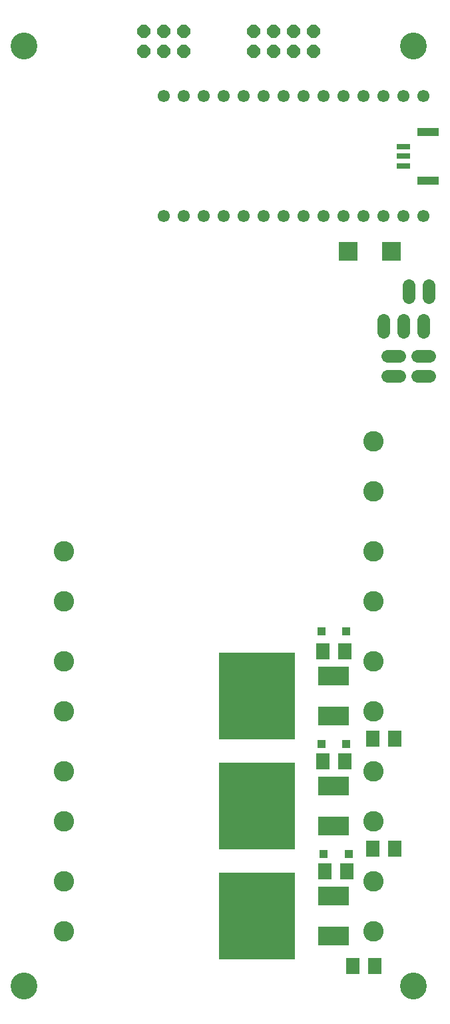
<source format=gbr>
G04 EAGLE Gerber RS-274X export*
G75*
%MOMM*%
%FSLAX34Y34*%
%LPD*%
%INSoldermask Bottom*%
%IPPOS*%
%AMOC8*
5,1,8,0,0,1.08239X$1,22.5*%
G01*
%ADD10C,2.601600*%
%ADD11R,3.911600X2.421600*%
%ADD12R,9.751600X11.101600*%
%ADD13R,1.001600X1.051600*%
%ADD14R,1.701600X2.101600*%
%ADD15R,2.387600X2.387600*%
%ADD16P,1.759533X8X202.500000*%
%ADD17C,1.625600*%
%ADD18C,1.549400*%
%ADD19C,3.403600*%
%ADD20R,1.801600X0.701600*%
%ADD21R,2.801600X1.101600*%


D10*
X1117600Y666750D03*
X1117600Y730250D03*
X1117600Y806450D03*
X1117600Y869950D03*
X1117600Y946150D03*
X1117600Y1009650D03*
X1117600Y1225550D03*
X1117600Y1289050D03*
X723900Y730250D03*
X723900Y666750D03*
X723900Y869950D03*
X723900Y806450D03*
X723900Y1009650D03*
X723900Y946150D03*
X723900Y1149350D03*
X723900Y1085850D03*
D11*
X1066500Y711200D03*
D12*
X969300Y685800D03*
D11*
X1066500Y660400D03*
X1066500Y850900D03*
D12*
X969300Y825500D03*
D11*
X1066500Y800100D03*
X1066500Y990600D03*
D12*
X969300Y965200D03*
D11*
X1066500Y939800D03*
D13*
X1085725Y765175D03*
X1054225Y765175D03*
X1082550Y904875D03*
X1051050Y904875D03*
X1082550Y1047750D03*
X1051050Y1047750D03*
D14*
X1055975Y742950D03*
X1083975Y742950D03*
X1052800Y882650D03*
X1080800Y882650D03*
X1052800Y1022350D03*
X1080800Y1022350D03*
D15*
X1140397Y1530350D03*
X1085279Y1530350D03*
D16*
X876300Y1809750D03*
X876300Y1784350D03*
X850900Y1809750D03*
X850900Y1784350D03*
X825500Y1809750D03*
X825500Y1784350D03*
D17*
X1187450Y1487170D02*
X1187450Y1471930D01*
X1162050Y1471930D02*
X1162050Y1487170D01*
D18*
X1155700Y1727200D03*
X1130300Y1727200D03*
X1104900Y1727200D03*
X1079500Y1727200D03*
X1130300Y1574800D03*
X1054100Y1727200D03*
X1028700Y1727200D03*
X1003300Y1727200D03*
X977900Y1727200D03*
X952500Y1727200D03*
X927100Y1727200D03*
X901700Y1727200D03*
X876300Y1727200D03*
X850900Y1727200D03*
X850900Y1574800D03*
X876300Y1574800D03*
X901700Y1574800D03*
X927100Y1574800D03*
X952500Y1574800D03*
X977900Y1574800D03*
X1003300Y1574800D03*
X1028700Y1574800D03*
X1054100Y1574800D03*
X1079500Y1574800D03*
X1104900Y1574800D03*
X1155700Y1574800D03*
X1181100Y1727200D03*
X1181100Y1574800D03*
D16*
X1041400Y1809750D03*
X1041400Y1784350D03*
X1016000Y1809750D03*
X1016000Y1784350D03*
X990600Y1809750D03*
X990600Y1784350D03*
X965200Y1809750D03*
X965200Y1784350D03*
D19*
X1168400Y1790700D03*
X1168400Y596900D03*
X673100Y596900D03*
X673100Y1790700D03*
D20*
X1155138Y1651000D03*
X1155138Y1663500D03*
X1155138Y1638500D03*
D21*
X1187138Y1682000D03*
X1187138Y1620000D03*
D17*
X1188720Y1371600D02*
X1173480Y1371600D01*
X1173480Y1397000D02*
X1188720Y1397000D01*
X1150620Y1371600D02*
X1135380Y1371600D01*
X1135380Y1397000D02*
X1150620Y1397000D01*
X1130300Y1427480D02*
X1130300Y1442720D01*
X1155700Y1442720D02*
X1155700Y1427480D01*
X1181100Y1427480D02*
X1181100Y1442720D01*
D14*
X1090900Y622300D03*
X1118900Y622300D03*
X1116300Y771525D03*
X1144300Y771525D03*
X1116300Y911225D03*
X1144300Y911225D03*
D10*
X1117600Y1085850D03*
X1117600Y1149350D03*
M02*

</source>
